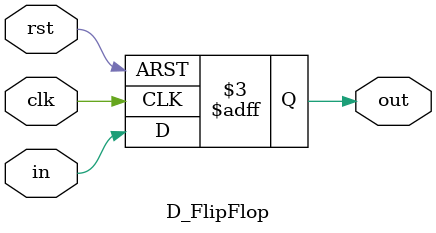
<source format=v>
module D_FlipFlop(clk,rst,in,out);
input clk,rst;
input[0:0]in;
output reg [0:0]out;

always @(posedge clk or negedge rst)
if(!rst)
	out<=0;
else
	out<=in;
	
	
endmodule

</source>
